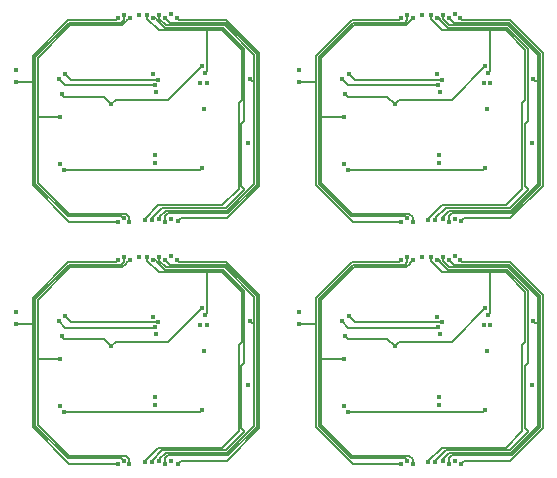
<source format=gbr>
%TF.GenerationSoftware,KiCad,Pcbnew,7.0.2-6a45011f42~172~ubuntu22.04.1*%
%TF.CreationDate,2023-05-08T22:23:16+01:00*%
%TF.ProjectId,panel,70616e65-6c2e-46b6-9963-61645f706362,rev?*%
%TF.SameCoordinates,Original*%
%TF.FileFunction,Copper,L3,Inr*%
%TF.FilePolarity,Positive*%
%FSLAX46Y46*%
G04 Gerber Fmt 4.6, Leading zero omitted, Abs format (unit mm)*
G04 Created by KiCad (PCBNEW 7.0.2-6a45011f42~172~ubuntu22.04.1) date 2023-05-08 22:23:16*
%MOMM*%
%LPD*%
G01*
G04 APERTURE LIST*
%TA.AperFunction,ViaPad*%
%ADD10C,0.400000*%
%TD*%
%TA.AperFunction,Conductor*%
%ADD11C,0.127000*%
%TD*%
G04 APERTURE END LIST*
D10*
%TO.N,Board_3-SCLK*%
X48250001Y-36760001D03*
X48130001Y-53840001D03*
%TO.N,Board_3-RESETB*%
X46227586Y-54009992D03*
X40360002Y-45150000D03*
X46250001Y-36750001D03*
%TO.N,Board_3-IN_ref*%
X48510001Y-43040001D03*
X48420001Y-48370001D03*
%TO.N,Board_3-IN5*%
X48350001Y-42480001D03*
X40220001Y-41960001D03*
%TO.N,Board_3-IN4*%
X40810001Y-41500001D03*
X48660001Y-41990001D03*
%TO.N,Board_3-IN3*%
X48260001Y-41560001D03*
%TO.N,Board_3-IN2*%
X52210001Y-42300001D03*
%TO.N,Board_3-IN1*%
X52790001Y-42310001D03*
%TO.N,Board_3-I2C_SDA*%
X45250001Y-36760001D03*
X36600002Y-42160000D03*
X45259931Y-54020245D03*
%TO.N,Board_3-I2C_SCL*%
X45739428Y-36510002D03*
X45740002Y-53750000D03*
%TO.N,Board_3-GND*%
X56305001Y-47385001D03*
X49750001Y-36430001D03*
X52510000Y-44500000D03*
X36590002Y-41140000D03*
X47020002Y-36520000D03*
X49750001Y-53784597D03*
X40360002Y-49100000D03*
X48420001Y-49040001D03*
%TO.N,Board_3-D_RDYB*%
X40690001Y-49640001D03*
X52341892Y-49488892D03*
%TO.N,Board_3-DOUT*%
X50340001Y-54000001D03*
X50250001Y-36760001D03*
%TO.N,Board_3-DIN*%
X49240001Y-54060001D03*
X49250001Y-36760001D03*
%TO.N,Board_3-AUX2*%
X56420001Y-41970001D03*
X48750001Y-36520001D03*
X48740001Y-53755223D03*
%TO.N,Board_3-AUX1*%
X47750001Y-36510001D03*
X47530001Y-53850001D03*
X52620001Y-41460001D03*
%TO.N,Board_3-+3.3V*%
X52370001Y-40840001D03*
X44692697Y-44068384D03*
X40500002Y-43230000D03*
%TO.N,Board_2-SCLK*%
X24130000Y-53840001D03*
X24250000Y-36760001D03*
%TO.N,Board_2-RESETB*%
X16360001Y-45150000D03*
X22250000Y-36750001D03*
X22227585Y-54009992D03*
%TO.N,Board_2-IN_ref*%
X24510000Y-43040001D03*
X24420000Y-48370001D03*
%TO.N,Board_2-IN5*%
X16220000Y-41960001D03*
X24350000Y-42480001D03*
%TO.N,Board_2-IN4*%
X24660000Y-41990001D03*
X16810000Y-41500001D03*
%TO.N,Board_2-IN3*%
X24260000Y-41560001D03*
%TO.N,Board_2-IN2*%
X28210000Y-42300001D03*
%TO.N,Board_2-IN1*%
X28790000Y-42310001D03*
%TO.N,Board_2-I2C_SDA*%
X12600001Y-42160000D03*
X21250000Y-36760001D03*
X21259930Y-54020245D03*
%TO.N,Board_2-I2C_SCL*%
X21739427Y-36510002D03*
X21740001Y-53750000D03*
%TO.N,Board_2-GND*%
X25750000Y-53784597D03*
X24420000Y-49040001D03*
X28509999Y-44500000D03*
X32305000Y-47385001D03*
X23020001Y-36520000D03*
X16360001Y-49100000D03*
X25750000Y-36430001D03*
X12590001Y-41140000D03*
%TO.N,Board_2-D_RDYB*%
X28341891Y-49488892D03*
X16690000Y-49640001D03*
%TO.N,Board_2-DOUT*%
X26340000Y-54000001D03*
X26250000Y-36760001D03*
%TO.N,Board_2-DIN*%
X25240000Y-54060001D03*
X25250000Y-36760001D03*
%TO.N,Board_2-AUX2*%
X24740000Y-53755223D03*
X32420000Y-41970001D03*
X24750000Y-36520001D03*
%TO.N,Board_2-AUX1*%
X23750000Y-36510001D03*
X23530000Y-53850001D03*
X28620000Y-41460001D03*
%TO.N,Board_2-+3.3V*%
X20692696Y-44068384D03*
X16500001Y-43230000D03*
X28370000Y-40840001D03*
%TO.N,Board_1-SCLK*%
X48250001Y-16260000D03*
X48130001Y-33340000D03*
%TO.N,Board_1-RESETB*%
X46227586Y-33509991D03*
X46250001Y-16250000D03*
X40360002Y-24649999D03*
%TO.N,Board_1-IN_ref*%
X48510001Y-22540000D03*
X48420001Y-27870000D03*
%TO.N,Board_1-IN5*%
X40220001Y-21460000D03*
X48350001Y-21980000D03*
%TO.N,Board_1-IN4*%
X40810001Y-21000000D03*
X48660001Y-21490000D03*
%TO.N,Board_1-IN3*%
X48260001Y-21060000D03*
%TO.N,Board_1-IN2*%
X52210001Y-21800000D03*
%TO.N,Board_1-IN1*%
X52790001Y-21810000D03*
%TO.N,Board_1-I2C_SDA*%
X45250001Y-16260000D03*
X45259931Y-33520244D03*
X36600002Y-21659999D03*
%TO.N,Board_1-I2C_SCL*%
X45739428Y-16010001D03*
X45740002Y-33249999D03*
%TO.N,Board_1-GND*%
X52510000Y-23999999D03*
X48420001Y-28540000D03*
X49750001Y-33284596D03*
X40360002Y-28599999D03*
X56305001Y-26885000D03*
X49750001Y-15930000D03*
X47020002Y-16019999D03*
X36590002Y-20639999D03*
%TO.N,Board_1-D_RDYB*%
X40690001Y-29140000D03*
X52341892Y-28988891D03*
%TO.N,Board_1-DOUT*%
X50340001Y-33500000D03*
X50250001Y-16260000D03*
%TO.N,Board_1-DIN*%
X49250001Y-16260000D03*
X49240001Y-33560000D03*
%TO.N,Board_1-AUX2*%
X48750001Y-16020000D03*
X56420001Y-21470000D03*
X48740001Y-33255222D03*
%TO.N,Board_1-AUX1*%
X47530001Y-33350000D03*
X47750001Y-16010000D03*
X52620001Y-20960000D03*
%TO.N,Board_1-+3.3V*%
X52370001Y-20340000D03*
X44692697Y-23568383D03*
X40500002Y-22729999D03*
%TO.N,Board_0-SCLK*%
X24250000Y-16260000D03*
X24130000Y-33340000D03*
%TO.N,Board_0-RESETB*%
X22250000Y-16250000D03*
X22227585Y-33509991D03*
X16360001Y-24649999D03*
%TO.N,Board_0-IN_ref*%
X24420000Y-27870000D03*
X24510000Y-22540000D03*
%TO.N,Board_0-IN5*%
X16220000Y-21460000D03*
X24350000Y-21980000D03*
%TO.N,Board_0-IN4*%
X16810000Y-21000000D03*
X24660000Y-21490000D03*
%TO.N,Board_0-IN3*%
X24260000Y-21060000D03*
%TO.N,Board_0-IN2*%
X28210000Y-21800000D03*
%TO.N,Board_0-IN1*%
X28790000Y-21810000D03*
%TO.N,Board_0-I2C_SDA*%
X21250000Y-16260000D03*
X12600001Y-21659999D03*
X21259930Y-33520244D03*
%TO.N,Board_0-I2C_SCL*%
X21739427Y-16010001D03*
X21740001Y-33249999D03*
%TO.N,Board_0-GND*%
X25750000Y-33284596D03*
X25750000Y-15930000D03*
X24420000Y-28540000D03*
X12590001Y-20639999D03*
X23020001Y-16019999D03*
X16360001Y-28599999D03*
X32305000Y-26885000D03*
X28509999Y-23999999D03*
%TO.N,Board_0-D_RDYB*%
X28341891Y-28988891D03*
X16690000Y-29140000D03*
%TO.N,Board_0-DOUT*%
X26250000Y-16260000D03*
X26340000Y-33500000D03*
%TO.N,Board_0-DIN*%
X25250000Y-16260000D03*
X25240000Y-33560000D03*
%TO.N,Board_0-AUX2*%
X24750000Y-16020000D03*
X32420000Y-21470000D03*
X24740000Y-33255222D03*
%TO.N,Board_0-AUX1*%
X23530000Y-33350000D03*
X23750000Y-16010000D03*
X28620000Y-20960000D03*
%TO.N,Board_0-+3.3V*%
X20692696Y-23568383D03*
X16500001Y-22729999D03*
X28370000Y-20340000D03*
%TD*%
D11*
%TO.N,Board_3-SCLK*%
X54413349Y-52866001D02*
X55950002Y-51329348D01*
X49205839Y-37607501D02*
X48533001Y-36934663D01*
X48405223Y-36760001D02*
X48250001Y-36760001D01*
X55942609Y-43828723D02*
X55950002Y-43821330D01*
X55950002Y-51329348D02*
X55950002Y-51280001D01*
X55950002Y-43821330D02*
X55950002Y-39370654D01*
X48130001Y-53750001D02*
X49014001Y-52866001D01*
X55950002Y-39370654D02*
X54186849Y-37607501D01*
X55950002Y-51280001D02*
X55697001Y-51027000D01*
X48130001Y-53840001D02*
X48130001Y-53750001D01*
X55942609Y-45524393D02*
X55942609Y-43828723D01*
X54186849Y-37607501D02*
X49205839Y-37607501D01*
X55697001Y-51027000D02*
X55697001Y-45770001D01*
X49014001Y-52866001D02*
X54413349Y-52866001D01*
X48533001Y-36887779D02*
X48405223Y-36760001D01*
X55697001Y-45770001D02*
X55942609Y-45524393D01*
X48533001Y-36934663D02*
X48533001Y-36887779D01*
%TO.N,Board_3-RESETB*%
X46227586Y-54009992D02*
X46227586Y-53652806D01*
X38478002Y-45150000D02*
X38474002Y-45154000D01*
X38474002Y-50740232D02*
X38474002Y-45154000D01*
X45911280Y-53336500D02*
X41070270Y-53336500D01*
X46227586Y-53652806D02*
X45911280Y-53336500D01*
X38474002Y-45154000D02*
X38474002Y-40149768D01*
X45956428Y-37043574D02*
X46250001Y-36750001D01*
X41070270Y-53336500D02*
X38474002Y-50740232D01*
X45632812Y-37390501D02*
X45956428Y-37066885D01*
X38474002Y-40149768D02*
X41233269Y-37390501D01*
X45956428Y-37066885D02*
X45956428Y-37043574D01*
X40360002Y-45150000D02*
X38478002Y-45150000D01*
X41233269Y-37390501D02*
X45632812Y-37390501D01*
%TO.N,Board_3-IN5*%
X40750001Y-42490001D02*
X40220001Y-41960001D01*
X48350001Y-42480001D02*
X48340001Y-42490001D01*
X48340001Y-42490001D02*
X40750001Y-42490001D01*
%TO.N,Board_3-IN4*%
X48660001Y-41990001D02*
X41300001Y-41990001D01*
X41300001Y-41990001D02*
X40810001Y-41500001D01*
%TO.N,Board_3-I2C_SDA*%
X38010002Y-42160000D02*
X38040002Y-42130000D01*
X45249687Y-54010001D02*
X41130003Y-54010001D01*
X38040002Y-39970000D02*
X41053501Y-36956501D01*
X41053501Y-36956501D02*
X45053501Y-36956501D01*
X38040002Y-42130000D02*
X38040002Y-39970000D01*
X45259931Y-54020245D02*
X45249687Y-54010001D01*
X45053501Y-36956501D02*
X45250001Y-36760001D01*
X36600002Y-42160000D02*
X38010002Y-42160000D01*
X41130003Y-54010001D02*
X38040002Y-50920000D01*
X38040002Y-50920000D02*
X38040002Y-42130000D01*
%TO.N,Board_3-I2C_SCL*%
X45739428Y-36510002D02*
X45739428Y-36977001D01*
X41143385Y-37173501D02*
X38257002Y-40059884D01*
X45550002Y-53560000D02*
X45740002Y-53750000D01*
X38257002Y-40059884D02*
X38257002Y-50830116D01*
X40986886Y-53560000D02*
X45550002Y-53560000D01*
X45739428Y-36977001D02*
X45542928Y-37173501D01*
X38257002Y-50830116D02*
X40986886Y-53560000D01*
X45542928Y-37173501D02*
X41143385Y-37173501D01*
%TO.N,Board_3-D_RDYB*%
X52190783Y-49640001D02*
X40690001Y-49640001D01*
X52341892Y-49488892D02*
X52190783Y-49640001D01*
%TO.N,Board_3-DOUT*%
X57227501Y-50992501D02*
X57227501Y-39727501D01*
X54468941Y-53751061D02*
X57227501Y-50992501D01*
X50588941Y-53751061D02*
X54468941Y-53751061D01*
X50340001Y-54000001D02*
X50588941Y-53751061D01*
X50416501Y-36926501D02*
X50250001Y-36760001D01*
X54426501Y-36926501D02*
X50416501Y-36926501D01*
X57227501Y-39727501D02*
X54426501Y-36926501D01*
%TO.N,Board_3-DIN*%
X49240001Y-53562107D02*
X49502107Y-53300001D01*
X57010501Y-50882617D02*
X57010501Y-39817385D01*
X49663501Y-37173501D02*
X49250001Y-36760001D01*
X54366617Y-37173501D02*
X49663501Y-37173501D01*
X57010501Y-39817385D02*
X54366617Y-37173501D01*
X54593117Y-53300001D02*
X57010501Y-50882617D01*
X49502107Y-53300001D02*
X54593117Y-53300001D01*
X49240001Y-54060001D02*
X49240001Y-53562107D01*
%TO.N,Board_3-AUX2*%
X54276733Y-37390501D02*
X49295723Y-37390501D01*
X56793501Y-42140001D02*
X56793501Y-39907269D01*
X56793501Y-42140001D02*
X56590001Y-42140001D01*
X54503233Y-53083001D02*
X56793501Y-50792733D01*
X48750001Y-36844779D02*
X48750001Y-36520001D01*
X56590001Y-42140001D02*
X56420001Y-41970001D01*
X48740001Y-53755223D02*
X48740001Y-53630001D01*
X49287001Y-53083001D02*
X54503233Y-53083001D01*
X49295723Y-37390501D02*
X48750001Y-36844779D01*
X56793501Y-39907269D02*
X54276733Y-37390501D01*
X48740001Y-53630001D02*
X49287001Y-53083001D01*
X56793501Y-50792733D02*
X56793501Y-42140001D01*
%TO.N,Board_3-AUX1*%
X52620001Y-41460001D02*
X52784501Y-41295501D01*
X48729723Y-37824501D02*
X52784501Y-37824501D01*
X54071001Y-52649001D02*
X48651001Y-52649001D01*
X55480001Y-51240001D02*
X54071001Y-52649001D01*
X52784501Y-41295501D02*
X52784501Y-37824501D01*
X52784501Y-37824501D02*
X54096965Y-37824501D01*
X48651001Y-52649001D02*
X47530001Y-53770001D01*
X54096965Y-37824501D02*
X55733002Y-39460538D01*
X47750001Y-36510001D02*
X47750001Y-36844779D01*
X55733002Y-43731446D02*
X55480001Y-43984447D01*
X47750001Y-36844779D02*
X48729723Y-37824501D01*
X55733002Y-39460538D02*
X55733002Y-43731446D01*
X47530001Y-53770001D02*
X47530001Y-53850001D01*
X55480001Y-43984447D02*
X55480001Y-51240001D01*
%TO.N,Board_3-+3.3V*%
X44692697Y-44068384D02*
X45051080Y-43710001D01*
X44692697Y-44068384D02*
X44074314Y-43450001D01*
X45051080Y-43710001D02*
X49500001Y-43710001D01*
X40720003Y-43450001D02*
X40500002Y-43230000D01*
X44074314Y-43450001D02*
X40720003Y-43450001D01*
X49500001Y-43710001D02*
X52370001Y-40840001D01*
%TO.N,Board_2-SCLK*%
X24405222Y-36760001D02*
X24250000Y-36760001D01*
X24130000Y-53840001D02*
X24130000Y-53750001D01*
X24533000Y-36887779D02*
X24405222Y-36760001D01*
X30413348Y-52866001D02*
X31950001Y-51329348D01*
X30186848Y-37607501D02*
X25205838Y-37607501D01*
X31697000Y-45770001D02*
X31942608Y-45524393D01*
X25014000Y-52866001D02*
X30413348Y-52866001D01*
X24533000Y-36934663D02*
X24533000Y-36887779D01*
X31950001Y-43821330D02*
X31950001Y-39370654D01*
X31697000Y-51027000D02*
X31697000Y-45770001D01*
X31950001Y-39370654D02*
X30186848Y-37607501D01*
X31950001Y-51280001D02*
X31697000Y-51027000D01*
X24130000Y-53750001D02*
X25014000Y-52866001D01*
X25205838Y-37607501D02*
X24533000Y-36934663D01*
X31942608Y-45524393D02*
X31942608Y-43828723D01*
X31942608Y-43828723D02*
X31950001Y-43821330D01*
X31950001Y-51329348D02*
X31950001Y-51280001D01*
%TO.N,Board_2-RESETB*%
X16360001Y-45150000D02*
X14478001Y-45150000D01*
X22227585Y-53652806D02*
X21911279Y-53336500D01*
X17233268Y-37390501D02*
X21632811Y-37390501D01*
X14474001Y-40149768D02*
X17233268Y-37390501D01*
X21632811Y-37390501D02*
X21956427Y-37066885D01*
X14474001Y-50740232D02*
X14474001Y-45154000D01*
X14478001Y-45150000D02*
X14474001Y-45154000D01*
X21911279Y-53336500D02*
X17070269Y-53336500D01*
X17070269Y-53336500D02*
X14474001Y-50740232D01*
X14474001Y-45154000D02*
X14474001Y-40149768D01*
X21956427Y-37043574D02*
X22250000Y-36750001D01*
X22227585Y-54009992D02*
X22227585Y-53652806D01*
X21956427Y-37066885D02*
X21956427Y-37043574D01*
%TO.N,Board_2-IN5*%
X16750000Y-42490001D02*
X16220000Y-41960001D01*
X24350000Y-42480001D02*
X24340000Y-42490001D01*
X24340000Y-42490001D02*
X16750000Y-42490001D01*
%TO.N,Board_2-IN4*%
X17300000Y-41990001D02*
X16810000Y-41500001D01*
X24660000Y-41990001D02*
X17300000Y-41990001D01*
%TO.N,Board_2-I2C_SDA*%
X21053500Y-36956501D02*
X21250000Y-36760001D01*
X14010001Y-42160000D02*
X14040001Y-42130000D01*
X14040001Y-39970000D02*
X17053500Y-36956501D01*
X12600001Y-42160000D02*
X14010001Y-42160000D01*
X21259930Y-54020245D02*
X21249686Y-54010001D01*
X21249686Y-54010001D02*
X17130002Y-54010001D01*
X14040001Y-50920000D02*
X14040001Y-42130000D01*
X17130002Y-54010001D02*
X14040001Y-50920000D01*
X14040001Y-42130000D02*
X14040001Y-39970000D01*
X17053500Y-36956501D02*
X21053500Y-36956501D01*
%TO.N,Board_2-I2C_SCL*%
X21550001Y-53560000D02*
X21740001Y-53750000D01*
X21739427Y-36510002D02*
X21739427Y-36977001D01*
X16986885Y-53560000D02*
X21550001Y-53560000D01*
X21542927Y-37173501D02*
X17143384Y-37173501D01*
X14257001Y-40059884D02*
X14257001Y-50830116D01*
X17143384Y-37173501D02*
X14257001Y-40059884D01*
X14257001Y-50830116D02*
X16986885Y-53560000D01*
X21739427Y-36977001D02*
X21542927Y-37173501D01*
%TO.N,Board_2-D_RDYB*%
X28190782Y-49640001D02*
X16690000Y-49640001D01*
X28341891Y-49488892D02*
X28190782Y-49640001D01*
%TO.N,Board_2-DOUT*%
X26340000Y-54000001D02*
X26588940Y-53751061D01*
X33227500Y-39727501D02*
X30426500Y-36926501D01*
X30468940Y-53751061D02*
X33227500Y-50992501D01*
X33227500Y-50992501D02*
X33227500Y-39727501D01*
X26588940Y-53751061D02*
X30468940Y-53751061D01*
X26416500Y-36926501D02*
X26250000Y-36760001D01*
X30426500Y-36926501D02*
X26416500Y-36926501D01*
%TO.N,Board_2-DIN*%
X30366616Y-37173501D02*
X25663500Y-37173501D01*
X33010500Y-50882617D02*
X33010500Y-39817385D01*
X25240000Y-53562107D02*
X25502106Y-53300001D01*
X25240000Y-54060001D02*
X25240000Y-53562107D01*
X25663500Y-37173501D02*
X25250000Y-36760001D01*
X25502106Y-53300001D02*
X30593116Y-53300001D01*
X33010500Y-39817385D02*
X30366616Y-37173501D01*
X30593116Y-53300001D02*
X33010500Y-50882617D01*
%TO.N,Board_2-AUX2*%
X32793500Y-42140001D02*
X32590000Y-42140001D01*
X25287000Y-53083001D02*
X30503232Y-53083001D01*
X24750000Y-36844779D02*
X24750000Y-36520001D01*
X32590000Y-42140001D02*
X32420000Y-41970001D01*
X25295722Y-37390501D02*
X24750000Y-36844779D01*
X30503232Y-53083001D02*
X32793500Y-50792733D01*
X32793500Y-42140001D02*
X32793500Y-39907269D01*
X32793500Y-39907269D02*
X30276732Y-37390501D01*
X24740000Y-53755223D02*
X24740000Y-53630001D01*
X30276732Y-37390501D02*
X25295722Y-37390501D01*
X24740000Y-53630001D02*
X25287000Y-53083001D01*
X32793500Y-50792733D02*
X32793500Y-42140001D01*
%TO.N,Board_2-AUX1*%
X28784500Y-37824501D02*
X30096964Y-37824501D01*
X28784500Y-41295501D02*
X28784500Y-37824501D01*
X31733001Y-39460538D02*
X31733001Y-43731446D01*
X28620000Y-41460001D02*
X28784500Y-41295501D01*
X31480000Y-43984447D02*
X31480000Y-51240001D01*
X31733001Y-43731446D02*
X31480000Y-43984447D01*
X24651000Y-52649001D02*
X23530000Y-53770001D01*
X30071000Y-52649001D02*
X24651000Y-52649001D01*
X23750000Y-36844779D02*
X24729722Y-37824501D01*
X24729722Y-37824501D02*
X28784500Y-37824501D01*
X30096964Y-37824501D02*
X31733001Y-39460538D01*
X31480000Y-51240001D02*
X30071000Y-52649001D01*
X23750000Y-36510001D02*
X23750000Y-36844779D01*
X23530000Y-53770001D02*
X23530000Y-53850001D01*
%TO.N,Board_2-+3.3V*%
X21051079Y-43710001D02*
X25500000Y-43710001D01*
X16720002Y-43450001D02*
X16500001Y-43230000D01*
X25500000Y-43710001D02*
X28370000Y-40840001D01*
X20074313Y-43450001D02*
X16720002Y-43450001D01*
X20692696Y-44068384D02*
X21051079Y-43710001D01*
X20692696Y-44068384D02*
X20074313Y-43450001D01*
%TO.N,Board_1-SCLK*%
X48533001Y-16387778D02*
X48405223Y-16260000D01*
X55950002Y-30780000D02*
X55697001Y-30526999D01*
X54413349Y-32366000D02*
X55950002Y-30829347D01*
X48130001Y-33340000D02*
X48130001Y-33250000D01*
X55942609Y-23328722D02*
X55950002Y-23321329D01*
X48405223Y-16260000D02*
X48250001Y-16260000D01*
X54186849Y-17107500D02*
X49205839Y-17107500D01*
X55697001Y-30526999D02*
X55697001Y-25270000D01*
X49205839Y-17107500D02*
X48533001Y-16434662D01*
X55950002Y-30829347D02*
X55950002Y-30780000D01*
X55950002Y-23321329D02*
X55950002Y-18870653D01*
X48130001Y-33250000D02*
X49014001Y-32366000D01*
X49014001Y-32366000D02*
X54413349Y-32366000D01*
X55950002Y-18870653D02*
X54186849Y-17107500D01*
X55697001Y-25270000D02*
X55942609Y-25024392D01*
X48533001Y-16434662D02*
X48533001Y-16387778D01*
X55942609Y-25024392D02*
X55942609Y-23328722D01*
%TO.N,Board_1-RESETB*%
X38474002Y-19649767D02*
X41233269Y-16890500D01*
X41233269Y-16890500D02*
X45632812Y-16890500D01*
X41070270Y-32836499D02*
X38474002Y-30240231D01*
X45956428Y-16543573D02*
X46250001Y-16250000D01*
X46227586Y-33509991D02*
X46227586Y-33152805D01*
X45911280Y-32836499D02*
X41070270Y-32836499D01*
X38474002Y-24653999D02*
X38474002Y-19649767D01*
X45956428Y-16566884D02*
X45956428Y-16543573D01*
X45632812Y-16890500D02*
X45956428Y-16566884D01*
X46227586Y-33152805D02*
X45911280Y-32836499D01*
X38474002Y-30240231D02*
X38474002Y-24653999D01*
X38478002Y-24649999D02*
X38474002Y-24653999D01*
X40360002Y-24649999D02*
X38478002Y-24649999D01*
%TO.N,Board_1-IN5*%
X48350001Y-21980000D02*
X48340001Y-21990000D01*
X48340001Y-21990000D02*
X40750001Y-21990000D01*
X40750001Y-21990000D02*
X40220001Y-21460000D01*
%TO.N,Board_1-IN4*%
X41300001Y-21490000D02*
X40810001Y-21000000D01*
X48660001Y-21490000D02*
X41300001Y-21490000D01*
%TO.N,Board_1-I2C_SDA*%
X36600002Y-21659999D02*
X38010002Y-21659999D01*
X45053501Y-16456500D02*
X45250001Y-16260000D01*
X38040002Y-21629999D02*
X38040002Y-19469999D01*
X38040002Y-30419999D02*
X38040002Y-21629999D01*
X38040002Y-19469999D02*
X41053501Y-16456500D01*
X45249687Y-33510000D02*
X41130003Y-33510000D01*
X41130003Y-33510000D02*
X38040002Y-30419999D01*
X38010002Y-21659999D02*
X38040002Y-21629999D01*
X41053501Y-16456500D02*
X45053501Y-16456500D01*
X45259931Y-33520244D02*
X45249687Y-33510000D01*
%TO.N,Board_1-I2C_SCL*%
X45739428Y-16477000D02*
X45542928Y-16673500D01*
X41143385Y-16673500D02*
X38257002Y-19559883D01*
X45739428Y-16010001D02*
X45739428Y-16477000D01*
X40986886Y-33059999D02*
X45550002Y-33059999D01*
X38257002Y-19559883D02*
X38257002Y-30330115D01*
X45550002Y-33059999D02*
X45740002Y-33249999D01*
X45542928Y-16673500D02*
X41143385Y-16673500D01*
X38257002Y-30330115D02*
X40986886Y-33059999D01*
%TO.N,Board_1-D_RDYB*%
X52341892Y-28988891D02*
X52190783Y-29140000D01*
X52190783Y-29140000D02*
X40690001Y-29140000D01*
%TO.N,Board_1-DOUT*%
X50416501Y-16426500D02*
X50250001Y-16260000D01*
X50588941Y-33251060D02*
X54468941Y-33251060D01*
X54426501Y-16426500D02*
X50416501Y-16426500D01*
X57227501Y-30492500D02*
X57227501Y-19227500D01*
X50340001Y-33500000D02*
X50588941Y-33251060D01*
X57227501Y-19227500D02*
X54426501Y-16426500D01*
X54468941Y-33251060D02*
X57227501Y-30492500D01*
%TO.N,Board_1-DIN*%
X49663501Y-16673500D02*
X49250001Y-16260000D01*
X57010501Y-19317384D02*
X54366617Y-16673500D01*
X57010501Y-30382616D02*
X57010501Y-19317384D01*
X49502107Y-32800000D02*
X54593117Y-32800000D01*
X49240001Y-33062106D02*
X49502107Y-32800000D01*
X49240001Y-33560000D02*
X49240001Y-33062106D01*
X54593117Y-32800000D02*
X57010501Y-30382616D01*
X54366617Y-16673500D02*
X49663501Y-16673500D01*
%TO.N,Board_1-AUX2*%
X56793501Y-21640000D02*
X56590001Y-21640000D01*
X56590001Y-21640000D02*
X56420001Y-21470000D01*
X49295723Y-16890500D02*
X48750001Y-16344778D01*
X56793501Y-19407268D02*
X54276733Y-16890500D01*
X48750001Y-16344778D02*
X48750001Y-16020000D01*
X54503233Y-32583000D02*
X56793501Y-30292732D01*
X56793501Y-30292732D02*
X56793501Y-21640000D01*
X48740001Y-33255222D02*
X48740001Y-33130000D01*
X56793501Y-21640000D02*
X56793501Y-19407268D01*
X54276733Y-16890500D02*
X49295723Y-16890500D01*
X48740001Y-33130000D02*
X49287001Y-32583000D01*
X49287001Y-32583000D02*
X54503233Y-32583000D01*
%TO.N,Board_1-AUX1*%
X54096965Y-17324500D02*
X55733002Y-18960537D01*
X55733002Y-18960537D02*
X55733002Y-23231445D01*
X47750001Y-16344778D02*
X48729723Y-17324500D01*
X52784501Y-20795500D02*
X52784501Y-17324500D01*
X48729723Y-17324500D02*
X52784501Y-17324500D01*
X54071001Y-32149000D02*
X48651001Y-32149000D01*
X48651001Y-32149000D02*
X47530001Y-33270000D01*
X47750001Y-16010000D02*
X47750001Y-16344778D01*
X55480001Y-23484446D02*
X55480001Y-30740000D01*
X55733002Y-23231445D02*
X55480001Y-23484446D01*
X52784501Y-17324500D02*
X54096965Y-17324500D01*
X52620001Y-20960000D02*
X52784501Y-20795500D01*
X55480001Y-30740000D02*
X54071001Y-32149000D01*
X47530001Y-33270000D02*
X47530001Y-33350000D01*
%TO.N,Board_1-+3.3V*%
X49500001Y-23210000D02*
X52370001Y-20340000D01*
X45051080Y-23210000D02*
X49500001Y-23210000D01*
X44692697Y-23568383D02*
X45051080Y-23210000D01*
X44074314Y-22950000D02*
X40720003Y-22950000D01*
X44692697Y-23568383D02*
X44074314Y-22950000D01*
X40720003Y-22950000D02*
X40500002Y-22729999D01*
%TO.N,Board_0-SCLK*%
X25205838Y-17107500D02*
X24533000Y-16434662D01*
X24533000Y-16387778D02*
X24405222Y-16260000D01*
X25014000Y-32366000D02*
X30413348Y-32366000D01*
X24130000Y-33340000D02*
X24130000Y-33250000D01*
X31950001Y-23321329D02*
X31950001Y-18870653D01*
X31950001Y-30780000D02*
X31697000Y-30526999D01*
X24130000Y-33250000D02*
X25014000Y-32366000D01*
X31942608Y-23328722D02*
X31950001Y-23321329D01*
X31950001Y-30829347D02*
X31950001Y-30780000D01*
X30413348Y-32366000D02*
X31950001Y-30829347D01*
X31697000Y-25270000D02*
X31942608Y-25024392D01*
X31950001Y-18870653D02*
X30186848Y-17107500D01*
X30186848Y-17107500D02*
X25205838Y-17107500D01*
X31942608Y-25024392D02*
X31942608Y-23328722D01*
X31697000Y-30526999D02*
X31697000Y-25270000D01*
X24405222Y-16260000D02*
X24250000Y-16260000D01*
X24533000Y-16434662D02*
X24533000Y-16387778D01*
%TO.N,Board_0-RESETB*%
X14474001Y-19649767D02*
X17233268Y-16890500D01*
X21956427Y-16543573D02*
X22250000Y-16250000D01*
X21911279Y-32836499D02*
X17070269Y-32836499D01*
X17070269Y-32836499D02*
X14474001Y-30240231D01*
X22227585Y-33152805D02*
X21911279Y-32836499D01*
X17233268Y-16890500D02*
X21632811Y-16890500D01*
X16360001Y-24649999D02*
X14478001Y-24649999D01*
X21632811Y-16890500D02*
X21956427Y-16566884D01*
X22227585Y-33509991D02*
X22227585Y-33152805D01*
X21956427Y-16566884D02*
X21956427Y-16543573D01*
X14474001Y-24653999D02*
X14474001Y-19649767D01*
X14474001Y-30240231D02*
X14474001Y-24653999D01*
X14478001Y-24649999D02*
X14474001Y-24653999D01*
%TO.N,Board_0-IN5*%
X16750000Y-21990000D02*
X16220000Y-21460000D01*
X24340000Y-21990000D02*
X16750000Y-21990000D01*
X24350000Y-21980000D02*
X24340000Y-21990000D01*
%TO.N,Board_0-IN4*%
X24660000Y-21490000D02*
X17300000Y-21490000D01*
X17300000Y-21490000D02*
X16810000Y-21000000D01*
%TO.N,Board_0-I2C_SDA*%
X17053500Y-16456500D02*
X21053500Y-16456500D01*
X21053500Y-16456500D02*
X21250000Y-16260000D01*
X21259930Y-33520244D02*
X21249686Y-33510000D01*
X17130002Y-33510000D02*
X14040001Y-30419999D01*
X14010001Y-21659999D02*
X14040001Y-21629999D01*
X14040001Y-21629999D02*
X14040001Y-19469999D01*
X14040001Y-19469999D02*
X17053500Y-16456500D01*
X14040001Y-30419999D02*
X14040001Y-21629999D01*
X12600001Y-21659999D02*
X14010001Y-21659999D01*
X21249686Y-33510000D02*
X17130002Y-33510000D01*
%TO.N,Board_0-I2C_SCL*%
X21739427Y-16010001D02*
X21739427Y-16477000D01*
X21550001Y-33059999D02*
X21740001Y-33249999D01*
X14257001Y-19559883D02*
X14257001Y-30330115D01*
X14257001Y-30330115D02*
X16986885Y-33059999D01*
X21739427Y-16477000D02*
X21542927Y-16673500D01*
X16986885Y-33059999D02*
X21550001Y-33059999D01*
X17143384Y-16673500D02*
X14257001Y-19559883D01*
X21542927Y-16673500D02*
X17143384Y-16673500D01*
%TO.N,Board_0-D_RDYB*%
X28190782Y-29140000D02*
X16690000Y-29140000D01*
X28341891Y-28988891D02*
X28190782Y-29140000D01*
%TO.N,Board_0-DOUT*%
X26416500Y-16426500D02*
X26250000Y-16260000D01*
X33227500Y-19227500D02*
X30426500Y-16426500D01*
X26340000Y-33500000D02*
X26588940Y-33251060D01*
X30426500Y-16426500D02*
X26416500Y-16426500D01*
X33227500Y-30492500D02*
X33227500Y-19227500D01*
X30468940Y-33251060D02*
X33227500Y-30492500D01*
X26588940Y-33251060D02*
X30468940Y-33251060D01*
%TO.N,Board_0-DIN*%
X25502106Y-32800000D02*
X30593116Y-32800000D01*
X30366616Y-16673500D02*
X25663500Y-16673500D01*
X25240000Y-33062106D02*
X25502106Y-32800000D01*
X30593116Y-32800000D02*
X33010500Y-30382616D01*
X33010500Y-30382616D02*
X33010500Y-19317384D01*
X33010500Y-19317384D02*
X30366616Y-16673500D01*
X25240000Y-33560000D02*
X25240000Y-33062106D01*
X25663500Y-16673500D02*
X25250000Y-16260000D01*
%TO.N,Board_0-AUX2*%
X25295722Y-16890500D02*
X24750000Y-16344778D01*
X24750000Y-16344778D02*
X24750000Y-16020000D01*
X32793500Y-21640000D02*
X32590000Y-21640000D01*
X32793500Y-19407268D02*
X30276732Y-16890500D01*
X30503232Y-32583000D02*
X32793500Y-30292732D01*
X24740000Y-33130000D02*
X25287000Y-32583000D01*
X24740000Y-33255222D02*
X24740000Y-33130000D01*
X32793500Y-21640000D02*
X32793500Y-19407268D01*
X32793500Y-30292732D02*
X32793500Y-21640000D01*
X30276732Y-16890500D02*
X25295722Y-16890500D01*
X32590000Y-21640000D02*
X32420000Y-21470000D01*
X25287000Y-32583000D02*
X30503232Y-32583000D01*
%TO.N,Board_0-AUX1*%
X23750000Y-16010000D02*
X23750000Y-16344778D01*
X30071000Y-32149000D02*
X24651000Y-32149000D01*
X24651000Y-32149000D02*
X23530000Y-33270000D01*
X31733001Y-18960537D02*
X31733001Y-23231445D01*
X28784500Y-17324500D02*
X30096964Y-17324500D01*
X31733001Y-23231445D02*
X31480000Y-23484446D01*
X28620000Y-20960000D02*
X28784500Y-20795500D01*
X31480000Y-30740000D02*
X30071000Y-32149000D01*
X28784500Y-20795500D02*
X28784500Y-17324500D01*
X23750000Y-16344778D02*
X24729722Y-17324500D01*
X24729722Y-17324500D02*
X28784500Y-17324500D01*
X23530000Y-33270000D02*
X23530000Y-33350000D01*
X31480000Y-23484446D02*
X31480000Y-30740000D01*
X30096964Y-17324500D02*
X31733001Y-18960537D01*
%TO.N,Board_0-+3.3V*%
X16720002Y-22950000D02*
X16500001Y-22729999D01*
X25500000Y-23210000D02*
X28370000Y-20340000D01*
X21051079Y-23210000D02*
X25500000Y-23210000D01*
X20692696Y-23568383D02*
X20074313Y-22950000D01*
X20074313Y-22950000D02*
X16720002Y-22950000D01*
X20692696Y-23568383D02*
X21051079Y-23210000D01*
%TD*%
M02*

</source>
